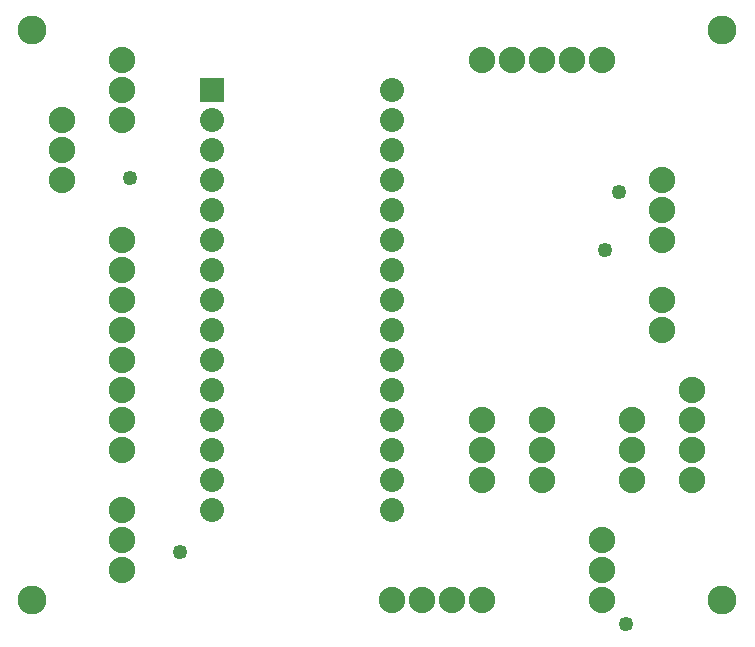
<source format=gbs>
G04 MADE WITH FRITZING*
G04 WWW.FRITZING.ORG*
G04 DOUBLE SIDED*
G04 HOLES PLATED*
G04 CONTOUR ON CENTER OF CONTOUR VECTOR*
%ASAXBY*%
%FSLAX23Y23*%
%MOIN*%
%OFA0B0*%
%SFA1.0B1.0*%
%ADD10C,0.096614*%
%ADD11C,0.088000*%
%ADD12C,0.049370*%
%ADD13C,0.080000*%
%ADD14R,0.079972X0.080000*%
%LNMASK0*%
G90*
G70*
G54D10*
X2394Y2057D03*
X94Y2057D03*
X94Y157D03*
X2394Y157D03*
G54D11*
X2194Y1557D03*
X2194Y1457D03*
X2194Y1357D03*
X2094Y757D03*
X2094Y657D03*
X2094Y557D03*
X1794Y757D03*
X1794Y657D03*
X1794Y557D03*
X1994Y357D03*
X1994Y257D03*
X1994Y157D03*
X1594Y757D03*
X1594Y657D03*
X1594Y557D03*
X1994Y1957D03*
X1894Y1957D03*
X1794Y1957D03*
X1694Y1957D03*
X1594Y1957D03*
X394Y1357D03*
X394Y1257D03*
X394Y1157D03*
X394Y1057D03*
X394Y957D03*
X394Y857D03*
X394Y757D03*
X394Y657D03*
G54D12*
X2050Y1517D03*
X418Y1565D03*
X2074Y77D03*
X2002Y1325D03*
X586Y317D03*
G54D13*
X694Y1857D03*
X694Y1757D03*
X694Y1657D03*
X694Y1557D03*
X694Y1457D03*
X694Y1357D03*
X694Y1257D03*
X694Y1157D03*
X694Y1057D03*
X694Y957D03*
X694Y857D03*
X694Y757D03*
X694Y657D03*
X694Y557D03*
X694Y457D03*
X1294Y1857D03*
X1294Y1757D03*
X1294Y1657D03*
X1294Y1557D03*
X1294Y1457D03*
X1294Y1357D03*
X1294Y1257D03*
X1294Y1157D03*
X1294Y1057D03*
X1294Y957D03*
X1294Y857D03*
X1294Y757D03*
X1294Y657D03*
X1294Y557D03*
X1294Y457D03*
G54D11*
X2294Y857D03*
X2294Y757D03*
X2294Y657D03*
X2294Y557D03*
X2194Y1157D03*
X2194Y1057D03*
X394Y457D03*
X394Y357D03*
X394Y257D03*
X194Y1757D03*
X194Y1657D03*
X194Y1557D03*
X1594Y157D03*
X1494Y157D03*
X1394Y157D03*
X1294Y157D03*
X394Y1957D03*
X394Y1857D03*
X394Y1757D03*
G54D14*
X694Y1857D03*
G04 End of Mask0*
M02*
</source>
